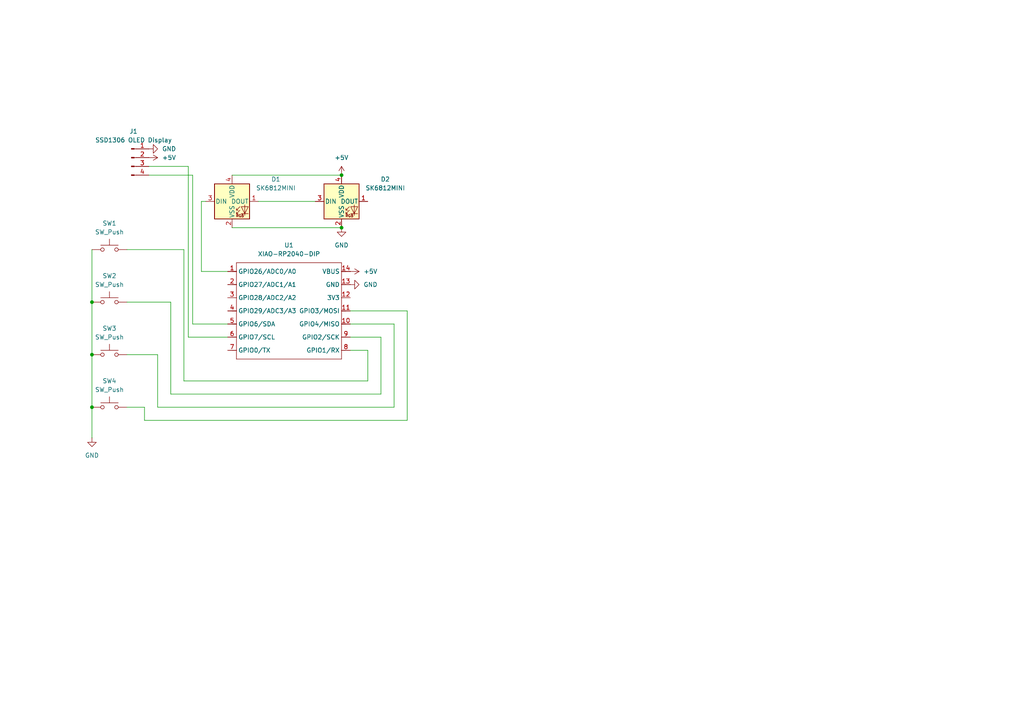
<source format=kicad_sch>
(kicad_sch (version 20250114) (generator "eeschema") (generator_version "9.0")
  (paper "A4")
  (lib_symbols
    (symbol "Connector:Conn_01x04_Pin" (pin_names (offset 1.016) (hide yes))
      (property "Reference" "J" (at 0 5.08 0))
      (property "Value" "Conn_01x04_Pin" (at 0 -7.62 0))
      (symbol "Conn_01x04_Pin_1_1"
        (rectangle (start 0.8636 2.667) (end 0 2.413) (stroke (width 0.1524)) (fill (type outline)))
        (rectangle (start 0.8636 0.127) (end 0 -0.127) (stroke (width 0.1524)) (fill (type outline)))
        (rectangle (start 0.8636 -2.413) (end 0 -2.667) (stroke (width 0.1524)) (fill (type outline)))
        (rectangle (start 0.8636 -4.953) (end 0 -5.207) (stroke (width 0.1524)) (fill (type outline)))
        (polyline (pts (xy 1.27 2.54) (xy 0.8636 2.54)) (stroke (width 0.1524)))
        (polyline (pts (xy 1.27 0) (xy 0.8636 0)) (stroke (width 0.1524)))
        (polyline (pts (xy 1.27 -2.54) (xy 0.8636 -2.54)) (stroke (width 0.1524)))
        (polyline (pts (xy 1.27 -5.08) (xy 0.8636 -5.08)) (stroke (width 0.1524)))
        (pin passive line (at 5.08 2.54 180) (length 3.81) (name "Pin_1") (number "1"))
        (pin passive line (at 5.08 0 180) (length 3.81) (name "Pin_2") (number "2"))
        (pin passive line (at 5.08 -2.54 180) (length 3.81) (name "Pin_3") (number "3"))
        (pin passive line (at 5.08 -5.08 180) (length 3.81) (name "Pin_4") (number "4"))
      )
    )
    (symbol "LED:SK6812MINI" (pin_names (offset 0.254))
      (property "Reference" "D" (at 5.08 5.715 0))
      (property "Value" "SK6812MINI" (at 1.27 -5.715 0))
      (symbol "SK6812MINI_0_0"
        (text "RGB" (at 2.286 -4.191 0) (effects (font (size 0.762 0.762))))
      )
      (symbol "SK6812MINI_0_1"
        (polyline (pts (xy 1.27 -2.54) (xy 1.778 -2.54)))
        (polyline (pts (xy 1.27 -3.556) (xy 1.778 -3.556)))
        (polyline (pts (xy 2.286 -1.524) (xy 1.27 -2.54) (xy 1.27 -2.032)))
        (polyline (pts (xy 2.286 -2.54) (xy 1.27 -3.556) (xy 1.27 -3.048)))
        (polyline (pts (xy 3.683 -1.016) (xy 3.683 -3.556) (xy 3.683 -4.064)))
        (polyline (pts (xy 4.699 -1.524) (xy 2.667 -1.524) (xy 3.683 -3.556) (xy 4.699 -1.524)))
        (polyline (pts (xy 4.699 -3.556) (xy 2.667 -3.556)))
        (rectangle (start 5.08 5.08) (end -5.08 -5.08) (stroke (width 0.254)) (fill (type background)))
      )
      (symbol "SK6812MINI_1_1"
        (pin input line (at -7.62 0 0) (length 2.54) (name "DIN") (number "3"))
        (pin power_in line (at 0 7.62 270) (length 2.54) (name "VDD") (number "4"))
        (pin power_in line (at 0 -7.62 90) (length 2.54) (name "VSS") (number "2"))
        (pin output line (at 7.62 0 180) (length 2.54) (name "DOUT") (number "1"))
      )
    )
    (symbol "OPL Library:XIAO-RP2040-DIP"
      (property "Reference" "U" (at 0 0 0))
      (property "Value" "XIAO-RP2040-DIP" (at 5.334 -1.778 0))
      (symbol "XIAO-RP2040-DIP_1_0"
        (polyline (pts (xy -1.27 -2.54) (xy 29.21 -2.54)) (stroke (width 0.1524)))
        (polyline (pts (xy -1.27 -5.08) (xy -2.54 -5.08)) (stroke (width 0.1524)))
        (polyline (pts (xy -1.27 -5.08) (xy -1.27 -2.54)) (stroke (width 0.1524)))
        (polyline (pts (xy -1.27 -8.89) (xy -2.54 -8.89)) (stroke (width 0.1524)))
        (polyline (pts (xy -1.27 -8.89) (xy -1.27 -5.08)) (stroke (width 0.1524)))
        (polyline (pts (xy -1.27 -12.7) (xy -2.54 -12.7)) (stroke (width 0.1524)))
        (polyline (pts (xy -1.27 -12.7) (xy -1.27 -8.89)) (stroke (width 0.1524)))
        (polyline (pts (xy -1.27 -16.51) (xy -2.54 -16.51)) (stroke (width 0.1524)))
        (polyline (pts (xy -1.27 -16.51) (xy -1.27 -12.7)) (stroke (width 0.1524)))
        (polyline (pts (xy -1.27 -20.32) (xy -2.54 -20.32)) (stroke (width 0.1524)))
        (polyline (pts (xy -1.27 -24.13) (xy -2.54 -24.13)) (stroke (width 0.1524)))
        (polyline (pts (xy -1.27 -27.94) (xy -2.54 -27.94)) (stroke (width 0.1524)))
        (polyline (pts (xy -1.27 -30.48) (xy -1.27 -16.51)) (stroke (width 0.1524)))
        (polyline (pts (xy 29.21 -2.54) (xy 29.21 -5.08)) (stroke (width 0.1524)))
        (polyline (pts (xy 29.21 -5.08) (xy 29.21 -8.89)) (stroke (width 0.1524)))
        (polyline (pts (xy 29.21 -8.89) (xy 29.21 -12.7)) (stroke (width 0.1524)))
        (polyline (pts (xy 29.21 -12.7) (xy 29.21 -30.48)) (stroke (width 0.1524)))
        (polyline (pts (xy 29.21 -30.48) (xy -1.27 -30.48)) (stroke (width 0.1524)))
        (polyline (pts (xy 30.48 -5.08) (xy 29.21 -5.08)) (stroke (width 0.1524)))
        (polyline (pts (xy 30.48 -8.89) (xy 29.21 -8.89)) (stroke (width 0.1524)))
        (polyline (pts (xy 30.48 -12.7) (xy 29.21 -12.7)) (stroke (width 0.1524)))
        (polyline (pts (xy 30.48 -16.51) (xy 29.21 -16.51)) (stroke (width 0.1524)))
        (polyline (pts (xy 30.48 -20.32) (xy 29.21 -20.32)) (stroke (width 0.1524)))
        (polyline (pts (xy 30.48 -24.13) (xy 29.21 -24.13)) (stroke (width 0.1524)))
        (polyline (pts (xy 30.48 -27.94) (xy 29.21 -27.94)) (stroke (width 0.1524)))
        (pin passive line (at -3.81 -5.08 0) (length 2.54) (name "GPIO26/ADC0/A0") (number "1"))
        (pin passive line (at -3.81 -8.89 0) (length 2.54) (name "GPIO27/ADC1/A1") (number "2"))
        (pin passive line (at -3.81 -12.7 0) (length 2.54) (name "GPIO28/ADC2/A2") (number "3"))
        (pin passive line (at -3.81 -16.51 0) (length 2.54) (name "GPIO29/ADC3/A3") (number "4"))
        (pin passive line (at -3.81 -20.32 0) (length 2.54) (name "GPIO6/SDA") (number "5"))
        (pin passive line (at -3.81 -24.13 0) (length 2.54) (name "GPIO7/SCL") (number "6"))
        (pin passive line (at -3.81 -27.94 0) (length 2.54) (name "GPIO0/TX") (number "7"))
        (pin passive line (at 31.75 -5.08 180) (length 2.54) (name "VBUS") (number "14"))
        (pin passive line (at 31.75 -8.89 180) (length 2.54) (name "GND") (number "13"))
        (pin passive line (at 31.75 -12.7 180) (length 2.54) (name "3V3") (number "12"))
        (pin passive line (at 31.75 -16.51 180) (length 2.54) (name "GPIO3/MOSI") (number "11"))
        (pin passive line (at 31.75 -20.32 180) (length 2.54) (name "GPIO4/MISO") (number "10"))
        (pin passive line (at 31.75 -24.13 180) (length 2.54) (name "GPIO2/SCK") (number "9"))
        (pin passive line (at 31.75 -27.94 180) (length 2.54) (name "GPIO1/RX") (number "8"))
      )
    )
    (symbol "Switch:SW_Push" (pin_numbers (hide yes)) (pin_names (offset 1.016) (hide yes))
      (property "Reference" "SW" (at 1.27 2.54 0))
      (property "Value" "SW_Push" (at 0 -1.524 0))
      (symbol "SW_Push_0_1"
        (circle (center -2.032 0) (radius 0.508))
        (polyline (pts (xy 0 1.27) (xy 0 3.048)))
        (circle (center 2.032 0) (radius 0.508))
        (polyline (pts (xy 2.54 1.27) (xy -2.54 1.27)))
        (pin passive line (at -5.08 0 0) (length 2.54) (name "1") (number "1"))
        (pin passive line (at 5.08 0 180) (length 2.54) (name "2") (number "2"))
      )
    )
    (symbol "power:+5V" (power) (pin_numbers (hide yes)) (pin_names (offset 0) (hide yes))
      (property "Value" "+5V" (at 0 3.556 0))
      (symbol "+5V_0_1"
        (polyline (pts (xy -0.762 1.27) (xy 0 2.54)))
        (polyline (pts (xy 0 2.54) (xy 0.762 1.27)))
        (polyline (pts (xy 0 0) (xy 0 2.54)))
      )
      (symbol "+5V_1_1"
        (pin power_in line (at 0 0 90) (length 0) (name "~") (number "1"))
      )
    )
    (symbol "power:GND" (power) (pin_numbers (hide yes)) (pin_names (offset 0) (hide yes))
      (property "Value" "GND" (at 0 -3.81 0))
      (symbol "GND_0_1"
        (polyline (pts (xy 0 0) (xy 0 -1.27) (xy 1.27 -1.27) (xy 0 -2.54) (xy -1.27 -1.27) (xy 0 -1.27)))
      )
      (symbol "GND_1_1"
        (pin power_in line (at 0 0 270) (length 0) (name "~") (number "1"))
      )
    )
  )
  (junction (at 99.06 50.8))
  (junction (at 26.67 87.63))
  (junction (at 99.06 66.04))
  (junction (at 26.67 102.87))
  (junction (at 26.67 118.11))
  (wire (pts (xy 58.42 58.42) (xy 59.69 58.42)))
  (wire (pts (xy 118.11 90.17) (xy 118.11 121.92)))
  (wire (pts (xy 106.68 101.6) (xy 106.68 110.49)))
  (wire (pts (xy 26.67 72.39) (xy 26.67 87.63)))
  (wire (pts (xy 53.34 72.39) (xy 36.83 72.39)))
  (wire (pts (xy 58.42 78.74) (xy 66.04 78.74)))
  (wire (pts (xy 45.72 102.87) (xy 36.83 102.87)))
  (wire (pts (xy 49.53 87.63) (xy 36.83 87.63)))
  (wire (pts (xy 101.6 101.6) (xy 106.68 101.6)))
  (wire (pts (xy 118.11 121.92) (xy 41.91 121.92)))
  (wire (pts (xy 110.49 114.3) (xy 49.53 114.3)))
  (wire (pts (xy 74.93 58.42) (xy 91.44 58.42)))
  (wire (pts (xy 49.53 114.3) (xy 49.53 87.63)))
  (wire (pts (xy 43.18 48.26) (xy 54.61 48.26)))
  (wire (pts (xy 43.18 50.8) (xy 55.88 50.8)))
  (wire (pts (xy 45.72 118.11) (xy 45.72 102.87)))
  (wire (pts (xy 55.88 93.98) (xy 66.04 93.98)))
  (wire (pts (xy 54.61 97.79) (xy 66.04 97.79)))
  (wire (pts (xy 41.91 121.92) (xy 41.91 118.11)))
  (wire (pts (xy 54.61 48.26) (xy 54.61 97.79)))
  (wire (pts (xy 58.42 58.42) (xy 58.42 78.74)))
  (wire (pts (xy 67.31 50.8) (xy 99.06 50.8)))
  (wire (pts (xy 26.67 118.11) (xy 26.67 127)))
  (wire (pts (xy 114.3 118.11) (xy 45.72 118.11)))
  (wire (pts (xy 55.88 50.8) (xy 55.88 93.98)))
  (wire (pts (xy 101.6 93.98) (xy 114.3 93.98)))
  (wire (pts (xy 110.49 97.79) (xy 110.49 114.3)))
  (wire (pts (xy 106.68 110.49) (xy 53.34 110.49)))
  (wire (pts (xy 101.6 90.17) (xy 118.11 90.17)))
  (wire (pts (xy 26.67 102.87) (xy 26.67 118.11)))
  (wire (pts (xy 26.67 87.63) (xy 26.67 102.87)))
  (wire (pts (xy 67.31 66.04) (xy 99.06 66.04)))
  (wire (pts (xy 53.34 110.49) (xy 53.34 72.39)))
  (wire (pts (xy 114.3 93.98) (xy 114.3 118.11)))
  (wire (pts (xy 101.6 97.79) (xy 110.49 97.79)))
  (wire (pts (xy 41.91 118.11) (xy 36.83 118.11)))
  (symbol (lib_id "Switch:SW_Push") (at 31.75 72.39 0) (unit 1)
    (property "Reference" "SW1" (at 31.75 64.77 0))
    (property "Value" "SW_Push" (at 31.75 67.31 0))
    (property "Footprint" "Button_Switch_Keyboard:SW_Cherry_MX_1.00u_PCB" (effects (hide yes)))
    (property "Description" "Push button switch, generic, two pins" (effects (hide yes)))
  )
  (symbol (lib_id "power:+5V") (at 43.18 45.72 270) (unit 1)
    (property "Reference" "#PWR07" (effects (hide yes)))
    (property "Value" "+5V" (at 46.99 45.7199 90) (effects (justify left)))
    (property "Description" "Power symbol creates a global label with name \"+5V\"" (effects (hide yes)))
  )
  (symbol (lib_id "Switch:SW_Push") (at 31.75 87.63 0) (unit 1)
    (property "Reference" "SW2" (at 31.75 80.01 0))
    (property "Value" "SW_Push" (at 31.75 82.55 0))
    (property "Footprint" "Button_Switch_Keyboard:SW_Cherry_MX_1.00u_PCB" (effects (hide yes)))
    (property "Description" "Push button switch, generic, two pins" (effects (hide yes)))
  )
  (symbol (lib_id "Connector:Conn_01x04_Pin") (at 38.1 45.72 0) (unit 1)
    (property "Reference" "J1" (at 38.735 38.1 0))
    (property "Value" "SSD1306 OLED Display" (at 38.735 40.64 0))
    (property "Footprint" "OLED:SSD1306-0.91-OLED-4pin-128x32" (effects (hide yes)))
    (property "Description" "Generic connector, single row, 01x04, script generated" (effects (hide yes)))
  )
  (symbol (lib_id "power:GND") (at 101.6 82.55 90) (unit 1)
    (property "Reference" "#PWR01" (effects (hide yes)))
    (property "Value" "GND" (at 105.41 82.5499 90) (effects (justify right)))
    (property "Description" "Power symbol creates a global label with name \"GND\" , ground" (effects (hide yes)))
  )
  (symbol (lib_id "power:GND") (at 43.18 43.18 90) (unit 1)
    (property "Reference" "#PWR06" (effects (hide yes)))
    (property "Value" "GND" (at 46.99 43.1799 90) (effects (justify right)))
    (property "Description" "Power symbol creates a global label with name \"GND\" , ground" (effects (hide yes)))
  )
  (symbol (lib_id "Switch:SW_Push") (at 31.75 102.87 0) (unit 1)
    (property "Reference" "SW3" (at 31.75 95.25 0))
    (property "Value" "SW_Push" (at 31.75 97.79 0))
    (property "Footprint" "Button_Switch_Keyboard:SW_Cherry_MX_1.00u_PCB" (effects (hide yes)))
    (property "Description" "Push button switch, generic, two pins" (effects (hide yes)))
  )
  (symbol (lib_id "power:GND") (at 99.06 66.04 0) (unit 1)
    (property "Reference" "#PWR02" (effects (hide yes)))
    (property "Value" "GND" (at 99.06 71.12 0))
    (property "Description" "Power symbol creates a global label with name \"GND\" , ground" (effects (hide yes)))
  )
  (symbol (lib_id "LED:SK6812MINI") (at 67.31 58.42 0) (unit 1)
    (property "Reference" "D1" (at 80.01 51.9998 0))
    (property "Value" "SK6812MINI" (at 80.01 54.5398 0))
    (property "Footprint" "LED_SMD:LED_SK6812MINI_PLCC4_3.5x3.5mm_P1.75mm" (effects (hide yes)))
    (property "Datasheet" "https://cdn-shop.adafruit.com/product-files/2686/SK6812MINI_REV.01-1-2.pdf" (effects (hide yes)))
    (property "Description" "RGB LED with integrated controller" (effects (hide yes)))
  )
  (symbol (lib_id "LED:SK6812MINI") (at 99.06 58.42 0) (unit 1)
    (property "Reference" "D2" (at 111.76 51.9998 0))
    (property "Value" "SK6812MINI" (at 111.76 54.5398 0))
    (property "Footprint" "LED_SMD:LED_SK6812MINI_PLCC4_3.5x3.5mm_P1.75mm" (effects (hide yes)))
    (property "Datasheet" "https://cdn-shop.adafruit.com/product-files/2686/SK6812MINI_REV.01-1-2.pdf" (effects (hide yes)))
    (property "Description" "RGB LED with integrated controller" (effects (hide yes)))
  )
  (symbol (lib_id "OPL Library:XIAO-RP2040-DIP") (at 69.85 73.66 0) (unit 1)
    (property "Reference" "U1" (at 83.82 71.12 0))
    (property "Value" "XIAO-RP2040-DIP" (at 83.82 73.66 0))
    (property "Footprint" "OPL Lib:XIAO-RP2040-DIP" (effects (hide yes)))
  )
  (symbol (lib_id "Switch:SW_Push") (at 31.75 118.11 0) (unit 1)
    (property "Reference" "SW4" (at 31.75 110.49 0))
    (property "Value" "SW_Push" (at 31.75 113.03 0))
    (property "Footprint" "Button_Switch_Keyboard:SW_Cherry_MX_1.00u_PCB" (effects (hide yes)))
    (property "Description" "Push button switch, generic, two pins" (effects (hide yes)))
  )
  (symbol (lib_id "power:GND") (at 26.67 127 0) (unit 1)
    (property "Reference" "#PWR03" (effects (hide yes)))
    (property "Value" "GND" (at 26.67 132.08 0))
    (property "Description" "Power symbol creates a global label with name \"GND\" , ground" (effects (hide yes)))
  )
  (symbol (lib_id "power:+5V") (at 99.06 50.8 0) (unit 1)
    (property "Reference" "#PWR05" (effects (hide yes)))
    (property "Value" "+5V" (at 99.06 45.72 0))
    (property "Description" "Power symbol creates a global label with name \"+5V\"" (effects (hide yes)))
  )
  (symbol (lib_id "power:+5V") (at 101.6 78.74 270) (unit 1)
    (property "Reference" "#PWR04" (effects (hide yes)))
    (property "Value" "+5V" (at 105.41 78.7399 90) (effects (justify left)))
    (property "Description" "Power symbol creates a global label with name \"+5V\"" (effects (hide yes)))
  )
)
</source>
